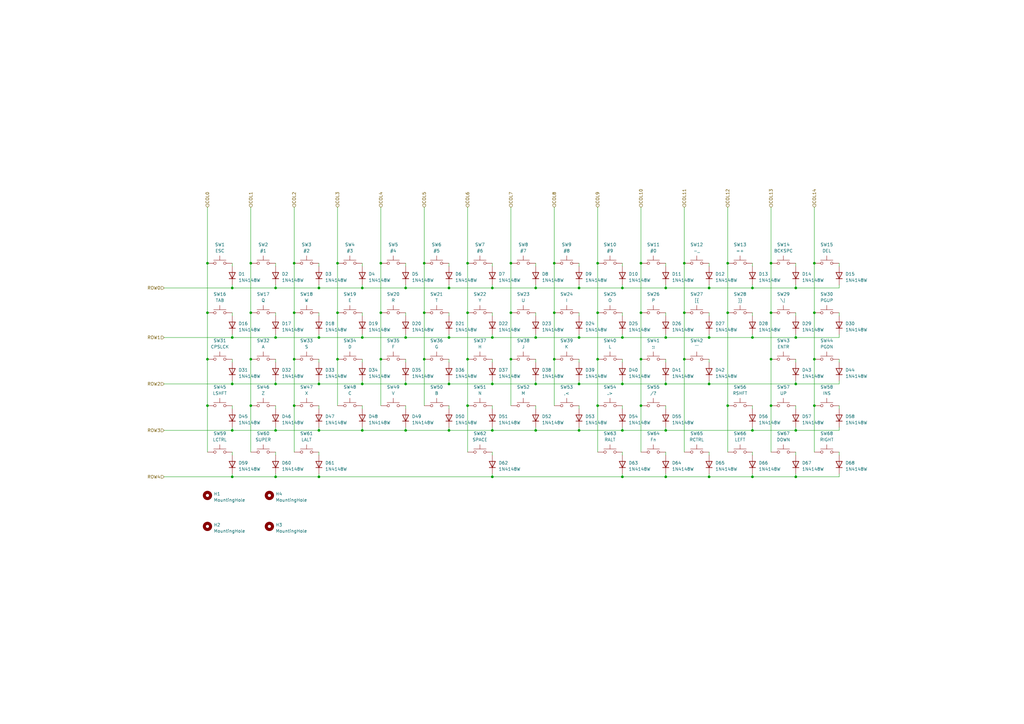
<source format=kicad_sch>
(kicad_sch (version 20230121) (generator eeschema)
  (paper "A3")
  (title_block (title "Matrix Switch Push(Keyboard Button)") (date "2023-03-08"))
  (junction (at 273.05 176.53))
  (junction (at 290.83 195.58))
  (junction (at 290.83 118.11))
  (junction (at 308.61 138.43))
  (junction (at 219.71 118.11))
  (junction (at 148.59 138.43))
  (junction (at 120.65 128.27))
  (junction (at 290.83 138.43))
  (junction (at 166.37 138.43))
  (junction (at 120.65 147.32))
  (junction (at 316.23 147.32))
  (junction (at 156.21 147.32))
  (junction (at 209.55 128.27))
  (junction (at 326.39 195.58))
  (junction (at 130.81 138.43))
  (junction (at 201.93 138.43))
  (junction (at 326.39 138.43))
  (junction (at 245.11 128.27))
  (junction (at 113.03 138.43))
  (junction (at 273.05 138.43))
  (junction (at 227.33 128.27))
  (junction (at 184.15 157.48))
  (junction (at 280.67 147.32))
  (junction (at 120.65 166.37))
  (junction (at 255.27 176.53))
  (junction (at 334.01 147.32))
  (junction (at 95.25 157.48))
  (junction (at 184.15 138.43))
  (junction (at 334.01 107.95))
  (junction (at 201.93 157.48))
  (junction (at 113.03 157.48))
  (junction (at 255.27 195.58))
  (junction (at 262.89 166.37))
  (junction (at 219.71 157.48))
  (junction (at 334.01 128.27))
  (junction (at 245.11 107.95))
  (junction (at 95.25 195.58))
  (junction (at 308.61 195.58))
  (junction (at 85.09 166.37))
  (junction (at 280.67 107.95))
  (junction (at 326.39 157.48))
  (junction (at 334.01 166.37))
  (junction (at 255.27 118.11))
  (junction (at 138.43 147.32))
  (junction (at 85.09 128.27))
  (junction (at 102.87 147.32))
  (junction (at 316.23 107.95))
  (junction (at 173.99 147.32))
  (junction (at 173.99 128.27))
  (junction (at 102.87 128.27))
  (junction (at 130.81 176.53))
  (junction (at 262.89 147.32))
  (junction (at 280.67 128.27))
  (junction (at 255.27 157.48))
  (junction (at 262.89 128.27))
  (junction (at 166.37 176.53))
  (junction (at 166.37 157.48))
  (junction (at 113.03 118.11))
  (junction (at 308.61 118.11))
  (junction (at 191.77 147.32))
  (junction (at 209.55 107.95))
  (junction (at 130.81 157.48))
  (junction (at 201.93 176.53))
  (junction (at 138.43 107.95))
  (junction (at 201.93 195.58))
  (junction (at 138.43 128.27))
  (junction (at 237.49 138.43))
  (junction (at 130.81 118.11))
  (junction (at 85.09 147.32))
  (junction (at 201.93 118.11))
  (junction (at 273.05 157.48))
  (junction (at 219.71 176.53))
  (junction (at 95.25 118.11))
  (junction (at 113.03 176.53))
  (junction (at 262.89 107.95))
  (junction (at 113.03 195.58))
  (junction (at 209.55 147.32))
  (junction (at 95.25 176.53))
  (junction (at 227.33 107.95))
  (junction (at 156.21 128.27))
  (junction (at 148.59 157.48))
  (junction (at 95.25 138.43))
  (junction (at 102.87 107.95))
  (junction (at 308.61 176.53))
  (junction (at 227.33 147.32))
  (junction (at 245.11 147.32))
  (junction (at 255.27 138.43))
  (junction (at 191.77 128.27))
  (junction (at 237.49 157.48))
  (junction (at 102.87 166.37))
  (junction (at 326.39 118.11))
  (junction (at 191.77 166.37))
  (junction (at 290.83 157.48))
  (junction (at 298.45 107.95))
  (junction (at 148.59 176.53))
  (junction (at 184.15 176.53))
  (junction (at 85.09 107.95))
  (junction (at 273.05 195.58))
  (junction (at 273.05 118.11))
  (junction (at 316.23 128.27))
  (junction (at 237.49 176.53))
  (junction (at 130.81 195.58))
  (junction (at 298.45 166.37))
  (junction (at 148.59 118.11))
  (junction (at 166.37 118.11))
  (junction (at 219.71 138.43))
  (junction (at 298.45 128.27))
  (junction (at 316.23 166.37))
  (junction (at 184.15 118.11))
  (junction (at 326.39 176.53))
  (junction (at 156.21 107.95))
  (junction (at 245.11 166.37))
  (junction (at 191.77 107.95))
  (junction (at 237.49 118.11))
  (junction (at 173.99 107.95))
  (junction (at 120.65 107.95))
  (wire (pts (xy 344.17 195.58) (xy 344.17 194.31)))
  (wire (pts (xy 184.15 138.43) (xy 184.15 137.16)))
  (wire (pts (xy 166.37 147.32) (xy 166.37 148.59)))
  (wire (pts (xy 184.15 128.27) (xy 184.15 129.54)))
  (wire (pts (xy 166.37 156.21) (xy 166.37 157.48)))
  (wire (pts (xy 255.27 194.31) (xy 255.27 195.58)))
  (wire (pts (xy 113.03 156.21) (xy 113.03 157.48)))
  (wire (pts (xy 148.59 157.48) (xy 166.37 157.48)))
  (wire (pts (xy 255.27 185.42) (xy 255.27 186.69)))
  (wire (pts (xy 148.59 166.37) (xy 148.59 167.64)))
  (wire (pts (xy 113.03 176.53) (xy 95.25 176.53)))
  (wire (pts (xy 95.25 166.37) (xy 95.25 167.64)))
  (wire (pts (xy 227.33 128.27) (xy 227.33 147.32)))
  (wire (pts (xy 219.71 138.43) (xy 237.49 138.43)))
  (wire (pts (xy 156.21 128.27) (xy 156.21 147.32)))
  (wire (pts (xy 184.15 118.11) (xy 184.15 116.84)))
  (wire (pts (xy 255.27 175.26) (xy 255.27 176.53)))
  (wire (pts (xy 245.11 128.27) (xy 245.11 147.32)))
  (wire (pts (xy 237.49 107.95) (xy 237.49 109.22)))
  (wire (pts (xy 148.59 176.53) (xy 130.81 176.53)))
  (wire (pts (xy 326.39 147.32) (xy 326.39 148.59)))
  (wire (pts (xy 219.71 116.84) (xy 219.71 118.11)))
  (wire (pts (xy 67.31 118.11) (xy 95.25 118.11)))
  (wire (pts (xy 273.05 195.58) (xy 290.83 195.58)))
  (wire (pts (xy 255.27 176.53) (xy 273.05 176.53)))
  (wire (pts (xy 273.05 166.37) (xy 273.05 167.64)))
  (wire (pts (xy 308.61 128.27) (xy 308.61 129.54)))
  (wire (pts (xy 237.49 166.37) (xy 237.49 167.64)))
  (wire (pts (xy 173.99 85.09) (xy 173.99 107.95)))
  (wire (pts (xy 273.05 128.27) (xy 273.05 129.54)))
  (wire (pts (xy 237.49 137.16) (xy 237.49 138.43)))
  (wire (pts (xy 67.31 176.53) (xy 95.25 176.53)))
  (wire (pts (xy 298.45 166.37) (xy 298.45 185.42)))
  (wire (pts (xy 148.59 175.26) (xy 148.59 176.53)))
  (wire (pts (xy 138.43 85.09) (xy 138.43 107.95)))
  (wire (pts (xy 130.81 128.27) (xy 130.81 129.54)))
  (wire (pts (xy 148.59 157.48) (xy 130.81 157.48)))
  (wire (pts (xy 326.39 175.26) (xy 326.39 176.53)))
  (wire (pts (xy 209.55 147.32) (xy 209.55 166.37)))
  (wire (pts (xy 148.59 118.11) (xy 166.37 118.11)))
  (wire (pts (xy 237.49 128.27) (xy 237.49 129.54)))
  (wire (pts (xy 237.49 138.43) (xy 255.27 138.43)))
  (wire (pts (xy 184.15 176.53) (xy 184.15 175.26)))
  (wire (pts (xy 85.09 107.95) (xy 85.09 128.27)))
  (wire (pts (xy 130.81 166.37) (xy 130.81 167.64)))
  (wire (pts (xy 173.99 107.95) (xy 173.99 128.27)))
  (wire (pts (xy 326.39 138.43) (xy 344.17 138.43)))
  (wire (pts (xy 95.25 107.95) (xy 95.25 109.22)))
  (wire (pts (xy 298.45 107.95) (xy 298.45 128.27)))
  (wire (pts (xy 156.21 107.95) (xy 156.21 128.27)))
  (wire (pts (xy 334.01 128.27) (xy 334.01 147.32)))
  (wire (pts (xy 237.49 156.21) (xy 237.49 157.48)))
  (wire (pts (xy 326.39 195.58) (xy 344.17 195.58)))
  (wire (pts (xy 237.49 176.53) (xy 255.27 176.53)))
  (wire (pts (xy 290.83 195.58) (xy 308.61 195.58)))
  (wire (pts (xy 262.89 185.42) (xy 262.89 166.37)))
  (wire (pts (xy 95.25 147.32) (xy 95.25 148.59)))
  (wire (pts (xy 344.17 118.11) (xy 344.17 116.84)))
  (wire (pts (xy 173.99 147.32) (xy 173.99 166.37)))
  (wire (pts (xy 148.59 176.53) (xy 166.37 176.53)))
  (wire (pts (xy 280.67 128.27) (xy 280.67 147.32)))
  (wire (pts (xy 184.15 176.53) (xy 201.93 176.53)))
  (wire (pts (xy 280.67 85.09) (xy 280.67 107.95)))
  (wire (pts (xy 166.37 176.53) (xy 184.15 176.53)))
  (wire (pts (xy 184.15 157.48) (xy 184.15 156.21)))
  (wire (pts (xy 166.37 157.48) (xy 184.15 157.48)))
  (wire (pts (xy 344.17 185.42) (xy 344.17 186.69)))
  (wire (pts (xy 201.93 137.16) (xy 201.93 138.43)))
  (wire (pts (xy 245.11 85.09) (xy 245.11 107.95)))
  (wire (pts (xy 255.27 156.21) (xy 255.27 157.48)))
  (wire (pts (xy 173.99 128.27) (xy 173.99 147.32)))
  (wire (pts (xy 130.81 116.84) (xy 130.81 118.11)))
  (wire (pts (xy 273.05 118.11) (xy 290.83 118.11)))
  (wire (pts (xy 219.71 107.95) (xy 219.71 109.22)))
  (wire (pts (xy 113.03 128.27) (xy 113.03 129.54)))
  (wire (pts (xy 184.15 147.32) (xy 184.15 148.59)))
  (wire (pts (xy 273.05 156.21) (xy 273.05 157.48)))
  (wire (pts (xy 95.25 175.26) (xy 95.25 176.53)))
  (wire (pts (xy 113.03 175.26) (xy 113.03 176.53)))
  (wire (pts (xy 67.31 157.48) (xy 95.25 157.48)))
  (wire (pts (xy 326.39 166.37) (xy 326.39 167.64)))
  (wire (pts (xy 191.77 128.27) (xy 191.77 147.32)))
  (wire (pts (xy 255.27 137.16) (xy 255.27 138.43)))
  (wire (pts (xy 148.59 147.32) (xy 148.59 148.59)))
  (wire (pts (xy 219.71 156.21) (xy 219.71 157.48)))
  (wire (pts (xy 102.87 147.32) (xy 102.87 166.37)))
  (wire (pts (xy 130.81 175.26) (xy 130.81 176.53)))
  (wire (pts (xy 113.03 195.58) (xy 95.25 195.58)))
  (wire (pts (xy 308.61 185.42) (xy 308.61 186.69)))
  (wire (pts (xy 130.81 195.58) (xy 201.93 195.58)))
  (wire (pts (xy 201.93 185.42) (xy 201.93 186.69)))
  (wire (pts (xy 130.81 157.48) (xy 113.03 157.48)))
  (wire (pts (xy 326.39 137.16) (xy 326.39 138.43)))
  (wire (pts (xy 255.27 118.11) (xy 273.05 118.11)))
  (wire (pts (xy 130.81 185.42) (xy 130.81 186.69)))
  (wire (pts (xy 166.37 175.26) (xy 166.37 176.53)))
  (wire (pts (xy 201.93 147.32) (xy 201.93 148.59)))
  (wire (pts (xy 255.27 138.43) (xy 273.05 138.43)))
  (wire (pts (xy 156.21 147.32) (xy 156.21 166.37)))
  (wire (pts (xy 113.03 116.84) (xy 113.03 118.11)))
  (wire (pts (xy 148.59 137.16) (xy 148.59 138.43)))
  (wire (pts (xy 227.33 107.95) (xy 227.33 128.27)))
  (wire (pts (xy 113.03 185.42) (xy 113.03 186.69)))
  (wire (pts (xy 120.65 166.37) (xy 120.65 185.42)))
  (wire (pts (xy 308.61 116.84) (xy 308.61 118.11)))
  (wire (pts (xy 130.81 195.58) (xy 113.03 195.58)))
  (wire (pts (xy 273.05 175.26) (xy 273.05 176.53)))
  (wire (pts (xy 273.05 185.42) (xy 273.05 186.69)))
  (wire (pts (xy 219.71 137.16) (xy 219.71 138.43)))
  (wire (pts (xy 201.93 138.43) (xy 219.71 138.43)))
  (wire (pts (xy 201.93 156.21) (xy 201.93 157.48)))
  (wire (pts (xy 255.27 195.58) (xy 273.05 195.58)))
  (wire (pts (xy 130.81 137.16) (xy 130.81 138.43)))
  (wire (pts (xy 219.71 175.26) (xy 219.71 176.53)))
  (wire (pts (xy 273.05 176.53) (xy 308.61 176.53)))
  (wire (pts (xy 130.81 138.43) (xy 148.59 138.43)))
  (wire (pts (xy 290.83 116.84) (xy 290.83 118.11)))
  (wire (pts (xy 184.15 157.48) (xy 201.93 157.48)))
  (wire (pts (xy 219.71 147.32) (xy 219.71 148.59)))
  (wire (pts (xy 201.93 107.95) (xy 201.93 109.22)))
  (wire (pts (xy 237.49 157.48) (xy 255.27 157.48)))
  (wire (pts (xy 273.05 116.84) (xy 273.05 118.11)))
  (wire (pts (xy 262.89 147.32) (xy 262.89 128.27)))
  (wire (pts (xy 308.61 194.31) (xy 308.61 195.58)))
  (wire (pts (xy 326.39 156.21) (xy 326.39 157.48)))
  (wire (pts (xy 120.65 85.09) (xy 120.65 107.95)))
  (wire (pts (xy 344.17 157.48) (xy 344.17 156.21)))
  (wire (pts (xy 308.61 175.26) (xy 308.61 176.53)))
  (wire (pts (xy 113.03 138.43) (xy 130.81 138.43)))
  (wire (pts (xy 298.45 85.09) (xy 298.45 107.95)))
  (wire (pts (xy 326.39 176.53) (xy 344.17 176.53)))
  (wire (pts (xy 290.83 147.32) (xy 290.83 148.59)))
  (wire (pts (xy 130.81 156.21) (xy 130.81 157.48)))
  (wire (pts (xy 334.01 85.09) (xy 334.01 107.95)))
  (wire (pts (xy 219.71 118.11) (xy 237.49 118.11)))
  (wire (pts (xy 130.81 107.95) (xy 130.81 109.22)))
  (wire (pts (xy 326.39 185.42) (xy 326.39 186.69)))
  (wire (pts (xy 113.03 137.16) (xy 113.03 138.43)))
  (wire (pts (xy 344.17 107.95) (xy 344.17 109.22)))
  (wire (pts (xy 290.83 156.21) (xy 290.83 157.48)))
  (wire (pts (xy 113.03 194.31) (xy 113.03 195.58)))
  (wire (pts (xy 262.89 128.27) (xy 262.89 107.95)))
  (wire (pts (xy 290.83 137.16) (xy 290.83 138.43)))
  (wire (pts (xy 255.27 157.48) (xy 273.05 157.48)))
  (wire (pts (xy 95.25 137.16) (xy 95.25 138.43)))
  (wire (pts (xy 273.05 137.16) (xy 273.05 138.43)))
  (wire (pts (xy 113.03 166.37) (xy 113.03 167.64)))
  (wire (pts (xy 344.17 166.37) (xy 344.17 167.64)))
  (wire (pts (xy 148.59 107.95) (xy 148.59 109.22)))
  (wire (pts (xy 255.27 128.27) (xy 255.27 129.54)))
  (wire (pts (xy 290.83 194.31) (xy 290.83 195.58)))
  (wire (pts (xy 344.17 138.43) (xy 344.17 137.16)))
  (wire (pts (xy 120.65 147.32) (xy 120.65 166.37)))
  (wire (pts (xy 138.43 147.32) (xy 138.43 166.37)))
  (wire (pts (xy 113.03 118.11) (xy 95.25 118.11)))
  (wire (pts (xy 85.09 128.27) (xy 85.09 147.32)))
  (wire (pts (xy 95.25 128.27) (xy 95.25 129.54)))
  (wire (pts (xy 209.55 128.27) (xy 209.55 147.32)))
  (wire (pts (xy 166.37 118.11) (xy 184.15 118.11)))
  (wire (pts (xy 290.83 157.48) (xy 326.39 157.48)))
  (wire (pts (xy 209.55 85.09) (xy 209.55 107.95)))
  (wire (pts (xy 201.93 175.26) (xy 201.93 176.53)))
  (wire (pts (xy 280.67 107.95) (xy 280.67 128.27)))
  (wire (pts (xy 273.05 194.31) (xy 273.05 195.58)))
  (wire (pts (xy 113.03 157.48) (xy 95.25 157.48)))
  (wire (pts (xy 237.49 118.11) (xy 255.27 118.11)))
  (wire (pts (xy 262.89 166.37) (xy 262.89 147.32)))
  (wire (pts (xy 148.59 116.84) (xy 148.59 118.11)))
  (wire (pts (xy 316.23 147.32) (xy 316.23 166.37)))
  (wire (pts (xy 113.03 107.95) (xy 113.03 109.22)))
  (wire (pts (xy 148.59 138.43) (xy 166.37 138.43)))
  (wire (pts (xy 326.39 194.31) (xy 326.39 195.58)))
  (wire (pts (xy 298.45 128.27) (xy 298.45 166.37)))
  (wire (pts (xy 344.17 128.27) (xy 344.17 129.54)))
  (wire (pts (xy 95.25 185.42) (xy 95.25 186.69)))
  (wire (pts (xy 255.27 107.95) (xy 255.27 109.22)))
  (wire (pts (xy 273.05 147.32) (xy 273.05 148.59)))
  (wire (pts (xy 326.39 157.48) (xy 344.17 157.48)))
  (wire (pts (xy 201.93 128.27) (xy 201.93 129.54)))
  (wire (pts (xy 102.87 107.95) (xy 102.87 128.27)))
  (wire (pts (xy 219.71 128.27) (xy 219.71 129.54)))
  (wire (pts (xy 95.25 156.21) (xy 95.25 157.48)))
  (wire (pts (xy 290.83 138.43) (xy 308.61 138.43)))
  (wire (pts (xy 166.37 137.16) (xy 166.37 138.43)))
  (wire (pts (xy 166.37 128.27) (xy 166.37 129.54)))
  (wire (pts (xy 201.93 176.53) (xy 219.71 176.53)))
  (wire (pts (xy 201.93 118.11) (xy 219.71 118.11)))
  (wire (pts (xy 308.61 166.37) (xy 308.61 167.64)))
  (wire (pts (xy 201.93 195.58) (xy 255.27 195.58)))
  (wire (pts (xy 102.87 85.09) (xy 102.87 107.95)))
  (wire (pts (xy 316.23 128.27) (xy 316.23 147.32)))
  (wire (pts (xy 201.93 166.37) (xy 201.93 167.64)))
  (wire (pts (xy 316.23 166.37) (xy 316.23 185.42)))
  (wire (pts (xy 148.59 128.27) (xy 148.59 129.54)))
  (wire (pts (xy 245.11 107.95) (xy 245.11 128.27)))
  (wire (pts (xy 148.59 156.21) (xy 148.59 157.48)))
  (wire (pts (xy 130.81 147.32) (xy 130.81 148.59)))
  (wire (pts (xy 85.09 147.32) (xy 85.09 166.37)))
  (wire (pts (xy 237.49 175.26) (xy 237.49 176.53)))
  (wire (pts (xy 227.33 85.09) (xy 227.33 107.95)))
  (wire (pts (xy 85.09 85.09) (xy 85.09 107.95)))
  (wire (pts (xy 102.87 128.27) (xy 102.87 147.32)))
  (wire (pts (xy 209.55 107.95) (xy 209.55 128.27)))
  (wire (pts (xy 273.05 107.95) (xy 273.05 109.22)))
  (wire (pts (xy 334.01 107.95) (xy 334.01 128.27)))
  (wire (pts (xy 316.23 85.09) (xy 316.23 107.95)))
  (wire (pts (xy 130.81 194.31) (xy 130.81 195.58)))
  (wire (pts (xy 184.15 166.37) (xy 184.15 167.64)))
  (wire (pts (xy 255.27 166.37) (xy 255.27 167.64)))
  (wire (pts (xy 166.37 107.95) (xy 166.37 109.22)))
  (wire (pts (xy 308.61 107.95) (xy 308.61 109.22)))
  (wire (pts (xy 95.25 194.31) (xy 95.25 195.58)))
  (wire (pts (xy 166.37 166.37) (xy 166.37 167.64)))
  (wire (pts (xy 344.17 147.32) (xy 344.17 148.59)))
  (wire (pts (xy 138.43 128.27) (xy 138.43 147.32)))
  (wire (pts (xy 191.77 107.95) (xy 191.77 128.27)))
  (wire (pts (xy 326.39 128.27) (xy 326.39 129.54)))
  (wire (pts (xy 326.39 107.95) (xy 326.39 109.22)))
  (wire (pts (xy 95.25 138.43) (xy 113.03 138.43)))
  (wire (pts (xy 326.39 116.84) (xy 326.39 118.11)))
  (wire (pts (xy 255.27 116.84) (xy 255.27 118.11)))
  (wire (pts (xy 201.93 116.84) (xy 201.93 118.11)))
  (wire (pts (xy 237.49 147.32) (xy 237.49 148.59)))
  (wire (pts (xy 67.31 195.58) (xy 95.25 195.58)))
  (wire (pts (xy 191.77 147.32) (xy 191.77 166.37)))
  (wire (pts (xy 316.23 107.95) (xy 316.23 128.27)))
  (wire (pts (xy 290.83 118.11) (xy 308.61 118.11)))
  (wire (pts (xy 113.03 147.32) (xy 113.03 148.59)))
  (wire (pts (xy 95.25 116.84) (xy 95.25 118.11)))
  (wire (pts (xy 166.37 138.43) (xy 184.15 138.43)))
  (wire (pts (xy 245.11 166.37) (xy 245.11 185.42)))
  (wire (pts (xy 156.21 85.09) (xy 156.21 107.95)))
  (wire (pts (xy 334.01 166.37) (xy 334.01 185.42)))
  (wire (pts (xy 130.81 118.11) (xy 113.03 118.11)))
  (wire (pts (xy 290.83 107.95) (xy 290.83 109.22)))
  (wire (pts (xy 219.71 157.48) (xy 237.49 157.48)))
  (wire (pts (xy 334.01 147.32) (xy 334.01 166.37)))
  (wire (pts (xy 290.83 128.27) (xy 290.83 129.54)))
  (wire (pts (xy 308.61 176.53) (xy 326.39 176.53)))
  (wire (pts (xy 184.15 107.95) (xy 184.15 109.22)))
  (wire (pts (xy 120.65 107.95) (xy 120.65 128.27)))
  (wire (pts (xy 255.27 147.32) (xy 255.27 148.59)))
  (wire (pts (xy 237.49 116.84) (xy 237.49 118.11)))
  (wire (pts (xy 326.39 118.11) (xy 344.17 118.11)))
  (wire (pts (xy 273.05 157.48) (xy 290.83 157.48)))
  (wire (pts (xy 166.37 116.84) (xy 166.37 118.11)))
  (wire (pts (xy 262.89 85.09) (xy 262.89 107.95)))
  (wire (pts (xy 308.61 137.16) (xy 308.61 138.43)))
  (wire (pts (xy 201.93 157.48) (xy 219.71 157.48)))
  (wire (pts (xy 184.15 138.43) (xy 201.93 138.43)))
  (wire (pts (xy 219.71 166.37) (xy 219.71 167.64)))
  (wire (pts (xy 344.17 176.53) (xy 344.17 175.26)))
  (wire (pts (xy 138.43 107.95) (xy 138.43 128.27)))
  (wire (pts (xy 308.61 195.58) (xy 326.39 195.58)))
  (wire (pts (xy 308.61 138.43) (xy 326.39 138.43)))
  (wire (pts (xy 201.93 194.31) (xy 201.93 195.58)))
  (wire (pts (xy 245.11 147.32) (xy 245.11 166.37)))
  (wire (pts (xy 184.15 118.11) (xy 201.93 118.11)))
  (wire (pts (xy 280.67 147.32) (xy 280.67 185.42)))
  (wire (pts (xy 148.59 118.11) (xy 130.81 118.11)))
  (wire (pts (xy 273.05 138.43) (xy 290.83 138.43)))
  (wire (pts (xy 191.77 85.09) (xy 191.77 107.95)))
  (wire (pts (xy 102.87 166.37) (xy 102.87 185.42)))
  (wire (pts (xy 227.33 147.32) (xy 227.33 166.37)))
  (wire (pts (xy 219.71 176.53) (xy 237.49 176.53)))
  (wire (pts (xy 308.61 118.11) (xy 326.39 118.11)))
  (wire (pts (xy 67.31 138.43) (xy 95.25 138.43)))
  (wire (pts (xy 191.77 166.37) (xy 191.77 185.42)))
  (wire (pts (xy 130.81 176.53) (xy 113.03 176.53)))
  (wire (pts (xy 290.83 185.42) (xy 290.83 186.69)))
  (wire (pts (xy 120.65 128.27) (xy 120.65 147.32)))
  (wire (pts (xy 85.09 166.37) (xy 85.09 185.42)))
  (hierarchical_label "ROW0" (shape input) (at 67.31 118.11 180))
  (hierarchical_label "ROW1" (shape input) (at 67.31 138.43 180))
  (hierarchical_label "ROW3" (shape input) (at 67.31 176.53 180))
  (hierarchical_label "COL10" (shape input) (at 262.89 85.09 90))
  (hierarchical_label "COL4" (shape input) (at 156.21 85.09 90))
  (hierarchical_label "COL13" (shape input) (at 316.23 85.09 90))
  (hierarchical_label "COL14" (shape input) (at 334.01 85.09 90))
  (hierarchical_label "COL5" (shape input) (at 173.99 85.09 90))
  (hierarchical_label "COL7" (shape input) (at 209.55 85.09 90))
  (hierarchical_label "COL6" (shape input) (at 191.77 85.09 90))
  (hierarchical_label "ROW4" (shape input) (at 67.31 195.58 180))
  (hierarchical_label "COL0" (shape input) (at 85.09 85.09 90))
  (hierarchical_label "COL12" (shape input) (at 298.45 85.09 90))
  (hierarchical_label "COL1" (shape input) (at 102.87 85.09 90))
  (hierarchical_label "COL11" (shape input) (at 280.67 85.09 90))
  (hierarchical_label "COL8" (shape input) (at 227.33 85.09 90))
  (hierarchical_label "ROW2" (shape input) (at 67.31 157.48 180))
  (hierarchical_label "COL9" (shape input) (at 245.11 85.09 90))
  (hierarchical_label "COL3" (shape input) (at 138.43 85.09 90))
  (hierarchical_label "COL2" (shape input) (at 120.65 85.09 90))
  (symbol (lib_id "Switch:SW_Push") (at 179.07 147.32 0) (unit 1)
    (property "Reference" "SW36" (at 179.07 139.7 0))
    (property "Value" "G" (at 179.07 142.24 0))
    (property "Footprint" "Local_lib_Switch_Keyboard_Cherry_MX:SW_Cherry_MX_PCB_1.00u" (effects hide))
  )
  (symbol (lib_id "Diode:1N4148W") (at 148.59 171.45 90) (unit 1)
    (property "Reference" "D48" (at 151.13 170.815 90) (effects (justify right)))
    (property "Value" "1N4148W" (at 151.13 173.355 90) (effects (justify right)))
    (property "Footprint" "Diode_SMD:D_SOD-123" (effects hide))
    (property "Datasheet" "https://www.vishay.com/docs/85748/1n4148w.pdf" (effects hide))
    (property "Sim.Device" "D" (effects hide))
    (property "Sim.Pins" "1=K 2=A" (effects hide))
  )
  (symbol (lib_id "Switch:SW_Push") (at 232.41 166.37 0) (unit 1)
    (property "Reference" "SW53" (at 232.41 158.75 0))
    (property "Value" ",<" (at 232.41 161.29 0))
    (property "Footprint" "Local_lib_Switch_Keyboard_Cherry_MX:SW_Cherry_MX_PCB_1.00u" (effects hide))
  )
  (symbol (lib_id "Switch:SW_Push") (at 107.95 147.32 0) (unit 1)
    (property "Reference" "SW32" (at 107.95 139.7 0))
    (property "Value" "A" (at 107.95 142.24 0))
    (property "Footprint" "Local_lib_Switch_Keyboard_Cherry_MX:SW_Cherry_MX_PCB_1.00u" (effects hide))
  )
  (symbol (lib_id "Switch:SW_Push") (at 196.85 185.42 0) (unit 1)
    (property "Reference" "SW62" (at 196.85 177.8 0))
    (property "Value" "SPACE" (at 196.85 180.34 0))
    (property "Footprint" "Local_lib_Switch_Keyboard_Cherry_MX:SW_Cherry_MX_PCB_6.50u" (effects hide))
  )
  (symbol (lib_id "Switch:SW_Push") (at 303.53 107.95 0) (unit 1)
    (property "Reference" "SW13" (at 303.53 100.33 0))
    (property "Value" "=+" (at 303.53 102.87 0))
    (property "Footprint" "Local_lib_Switch_Keyboard_Cherry_MX:SW_Cherry_MX_PCB_1.00u" (effects hide))
  )
  (symbol (lib_id "Diode:1N4148W") (at 344.17 152.4 90) (unit 1)
    (property "Reference" "D44" (at 346.71 151.765 90) (effects (justify right)))
    (property "Value" "1N4148W" (at 346.71 154.305 90) (effects (justify right)))
    (property "Footprint" "Diode_SMD:D_SOD-123" (effects hide))
    (property "Datasheet" "https://www.vishay.com/docs/85748/1n4148w.pdf" (effects hide))
    (property "Sim.Device" "D" (effects hide))
    (property "Sim.Pins" "1=K 2=A" (effects hide))
  )
  (symbol (lib_id "Diode:1N4148W") (at 219.71 113.03 90) (unit 1)
    (property "Reference" "D8" (at 222.25 112.395 90) (effects (justify right)))
    (property "Value" "1N4148W" (at 222.25 114.935 90) (effects (justify right)))
    (property "Footprint" "Diode_SMD:D_SOD-123" (effects hide))
    (property "Datasheet" "https://www.vishay.com/docs/85748/1n4148w.pdf" (effects hide))
    (property "Sim.Device" "D" (effects hide))
    (property "Sim.Pins" "1=K 2=A" (effects hide))
  )
  (symbol (lib_id "Switch:SW_Push") (at 232.41 128.27 0) (unit 1)
    (property "Reference" "SW24" (at 232.41 120.65 0))
    (property "Value" "I" (at 232.41 123.19 0))
    (property "Footprint" "Local_lib_Switch_Keyboard_Cherry_MX:SW_Cherry_MX_PCB_1.00u" (effects hide))
  )
  (symbol (lib_id "Switch:SW_Push") (at 339.09 185.42 0) (unit 1)
    (property "Reference" "SW68" (at 339.09 177.8 0))
    (property "Value" "RIGHT" (at 339.09 180.34 0))
    (property "Footprint" "Local_lib_Switch_Keyboard_Cherry_MX:SW_Cherry_MX_PCB_1.00u" (effects hide))
  )
  (symbol (lib_id "Switch:SW_Push") (at 250.19 185.42 0) (unit 1)
    (property "Reference" "SW63" (at 250.19 177.8 0))
    (property "Value" "RALT" (at 250.19 180.34 0))
    (property "Footprint" "Local_lib_Switch_Keyboard_Cherry_MX:SW_Cherry_MX_PCB_1.00u" (effects hide))
  )
  (symbol (lib_id "Diode:1N4148W") (at 166.37 171.45 90) (unit 1)
    (property "Reference" "D49" (at 168.91 170.815 90) (effects (justify right)))
    (property "Value" "1N4148W" (at 168.91 173.355 90) (effects (justify right)))
    (property "Footprint" "Diode_SMD:D_SOD-123" (effects hide))
    (property "Datasheet" "https://www.vishay.com/docs/85748/1n4148w.pdf" (effects hide))
    (property "Sim.Device" "D" (effects hide))
    (property "Sim.Pins" "1=K 2=A" (effects hide))
  )
  (symbol (lib_id "Diode:1N4148W") (at 148.59 113.03 90) (unit 1)
    (property "Reference" "D4" (at 151.13 112.395 90) (effects (justify right)))
    (property "Value" "1N4148W" (at 151.13 114.935 90) (effects (justify right)))
    (property "Footprint" "Diode_SMD:D_SOD-123" (effects hide))
    (property "Datasheet" "https://www.vishay.com/docs/85748/1n4148w.pdf" (effects hide))
    (property "Sim.Device" "D" (effects hide))
    (property "Sim.Pins" "1=K 2=A" (effects hide))
  )
  (symbol (lib_id "Diode:1N4148W") (at 326.39 133.35 90) (unit 1)
    (property "Reference" "D29" (at 328.93 132.715 90) (effects (justify right)))
    (property "Value" "1N4148W" (at 328.93 135.255 90) (effects (justify right)))
    (property "Footprint" "Diode_SMD:D_SOD-123" (effects hide))
    (property "Datasheet" "https://www.vishay.com/docs/85748/1n4148w.pdf" (effects hide))
    (property "Sim.Device" "D" (effects hide))
    (property "Sim.Pins" "1=K 2=A" (effects hide))
  )
  (symbol (lib_id "Switch:SW_Push") (at 125.73 128.27 0) (unit 1)
    (property "Reference" "SW18" (at 125.73 120.65 0))
    (property "Value" "W" (at 125.73 123.19 0))
    (property "Footprint" "Local_lib_Switch_Keyboard_Cherry_MX:SW_Cherry_MX_PCB_1.00u" (effects hide))
  )
  (symbol (lib_id "Switch:SW_Push") (at 90.17 166.37 0) (unit 1)
    (property "Reference" "SW45" (at 90.17 158.75 0))
    (property "Value" "LSHFT" (at 90.17 161.29 0))
    (property "Footprint" "Local_lib_Switch_Keyboard_Cherry_MX:SW_Cherry_MX_PCB_2.25u" (effects hide))
  )
  (symbol (lib_id "Switch:SW_Push") (at 107.95 185.42 0) (unit 1)
    (property "Reference" "SW60" (at 107.95 177.8 0))
    (property "Value" "SUPER" (at 107.95 180.34 0))
    (property "Footprint" "Local_lib_Switch_Keyboard_Cherry_MX:SW_Cherry_MX_PCB_1.00u" (effects hide))
  )
  (symbol (lib_id "Diode:1N4148W") (at 166.37 152.4 90) (unit 1)
    (property "Reference" "D35" (at 168.91 151.765 90) (effects (justify right)))
    (property "Value" "1N4148W" (at 168.91 154.305 90) (effects (justify right)))
    (property "Footprint" "Diode_SMD:D_SOD-123" (effects hide))
    (property "Datasheet" "https://www.vishay.com/docs/85748/1n4148w.pdf" (effects hide))
    (property "Sim.Device" "D" (effects hide))
    (property "Sim.Pins" "1=K 2=A" (effects hide))
  )
  (symbol (lib_id "Switch:SW_Push") (at 214.63 166.37 0) (unit 1)
    (property "Reference" "SW52" (at 214.63 158.75 0))
    (property "Value" "M" (at 214.63 161.29 0))
    (property "Footprint" "Local_lib_Switch_Keyboard_Cherry_MX:SW_Cherry_MX_PCB_1.00u" (effects hide))
  )
  (symbol (lib_id "Switch:SW_Push") (at 107.95 128.27 0) (unit 1)
    (property "Reference" "SW17" (at 107.95 120.65 0))
    (property "Value" "Q" (at 107.95 123.19 0))
    (property "Footprint" "Local_lib_Switch_Keyboard_Cherry_MX:SW_Cherry_MX_PCB_1.00u" (effects hide))
  )
  (symbol (lib_id "Diode:1N4148W") (at 273.05 152.4 90) (unit 1)
    (property "Reference" "D41" (at 275.59 151.765 90) (effects (justify right)))
    (property "Value" "1N4148W" (at 275.59 154.305 90) (effects (justify right)))
    (property "Footprint" "Diode_SMD:D_SOD-123" (effects hide))
    (property "Datasheet" "https://www.vishay.com/docs/85748/1n4148w.pdf" (effects hide))
    (property "Sim.Device" "D" (effects hide))
    (property "Sim.Pins" "1=K 2=A" (effects hide))
  )
  (symbol (lib_id "Switch:SW_Push") (at 125.73 147.32 0) (unit 1)
    (property "Reference" "SW33" (at 125.73 139.7 0))
    (property "Value" "S" (at 125.73 142.24 0))
    (property "Footprint" "Local_lib_Switch_Keyboard_Cherry_MX:SW_Cherry_MX_PCB_1.00u" (effects hide))
  )
  (symbol (lib_id "Switch:SW_Push") (at 285.75 107.95 0) (unit 1)
    (property "Reference" "SW12" (at 285.75 100.33 0))
    (property "Value" "-_" (at 285.75 102.87 0))
    (property "Footprint" "Local_lib_Switch_Keyboard_Cherry_MX:SW_Cherry_MX_PCB_1.00u" (effects hide))
  )
  (symbol (lib_id "Diode:1N4148W") (at 95.25 190.5 90) (unit 1)
    (property "Reference" "D59" (at 97.79 189.865 90) (effects (justify right)))
    (property "Value" "1N4148W" (at 97.79 192.405 90) (effects (justify right)))
    (property "Footprint" "Diode_SMD:D_SOD-123" (effects hide))
    (property "Datasheet" "https://www.vishay.com/docs/85748/1n4148w.pdf" (effects hide))
    (property "Sim.Device" "D" (effects hide))
    (property "Sim.Pins" "1=K 2=A" (effects hide))
  )
  (symbol (lib_id "Diode:1N4148W") (at 201.93 113.03 90) (unit 1)
    (property "Reference" "D7" (at 204.47 112.395 90) (effects (justify right)))
    (property "Value" "1N4148W" (at 204.47 114.935 90) (effects (justify right)))
    (property "Footprint" "Diode_SMD:D_SOD-123" (effects hide))
    (property "Datasheet" "https://www.vishay.com/docs/85748/1n4148w.pdf" (effects hide))
    (property "Sim.Device" "D" (effects hide))
    (property "Sim.Pins" "1=K 2=A" (effects hide))
  )
  (symbol (lib_id "Diode:1N4148W") (at 344.17 171.45 90) (unit 1)
    (property "Reference" "D58" (at 346.71 170.815 90) (effects (justify right)))
    (property "Value" "1N4148W" (at 346.71 173.355 90) (effects (justify right)))
    (property "Footprint" "Diode_SMD:D_SOD-123" (effects hide))
    (property "Datasheet" "https://www.vishay.com/docs/85748/1n4148w.pdf" (effects hide))
    (property "Sim.Device" "D" (effects hide))
    (property "Sim.Pins" "1=K 2=A" (effects hide))
  )
  (symbol (lib_id "Diode:1N4148W") (at 255.27 152.4 90) (unit 1)
    (property "Reference" "D40" (at 257.81 151.765 90) (effects (justify right)))
    (property "Value" "1N4148W" (at 257.81 154.305 90) (effects (justify right)))
    (property "Footprint" "Diode_SMD:D_SOD-123" (effects hide))
    (property "Datasheet" "https://www.vishay.com/docs/85748/1n4148w.pdf" (effects hide))
    (property "Sim.Device" "D" (effects hide))
    (property "Sim.Pins" "1=K 2=A" (effects hide))
  )
  (symbol (lib_id "Switch:SW_Push") (at 321.31 185.42 0) (unit 1)
    (property "Reference" "SW67" (at 321.31 177.8 0))
    (property "Value" "DOWN" (at 321.31 180.34 0))
    (property "Footprint" "Local_lib_Switch_Keyboard_Cherry_MX:SW_Cherry_MX_PCB_1.00u" (effects hide))
  )
  (symbol (lib_id "Diode:1N4148W") (at 95.25 152.4 90) (unit 1)
    (property "Reference" "D31" (at 97.79 151.765 90) (effects (justify right)))
    (property "Value" "1N4148W" (at 97.79 154.305 90) (effects (justify right)))
    (property "Footprint" "Diode_SMD:D_SOD-123" (effects hide))
    (property "Datasheet" "https://www.vishay.com/docs/85748/1n4148w.pdf" (effects hide))
    (property "Sim.Device" "D" (effects hide))
    (property "Sim.Pins" "1=K 2=A" (effects hide))
  )
  (symbol (lib_id "Diode:1N4148W") (at 201.93 190.5 90) (unit 1)
    (property "Reference" "D62" (at 204.47 189.865 90) (effects (justify right)))
    (property "Value" "1N4148W" (at 204.47 192.405 90) (effects (justify right)))
    (property "Footprint" "Diode_SMD:D_SOD-123" (effects hide))
    (property "Datasheet" "https://www.vishay.com/docs/85748/1n4148w.pdf" (effects hide))
    (property "Sim.Device" "D" (effects hide))
    (property "Sim.Pins" "1=K 2=A" (effects hide))
  )
  (symbol (lib_id "Switch:SW_Push") (at 90.17 185.42 0) (unit 1)
    (property "Reference" "SW59" (at 90.17 177.8 0))
    (property "Value" "LCTRL" (at 90.17 180.34 0))
    (property "Footprint" "Local_lib_Switch_Keyboard_Cherry_MX:SW_Cherry_MX_PCB_1.50u" (effects hide))
  )
  (symbol (lib_id "Switch:SW_Push") (at 214.63 147.32 0) (unit 1)
    (property "Reference" "SW38" (at 214.63 139.7 0))
    (property "Value" "J" (at 214.63 142.24 0))
    (property "Footprint" "Local_lib_Switch_Keyboard_Cherry_MX:SW_Cherry_MX_PCB_1.00u" (effects hide))
  )
  (symbol (lib_id "Switch:SW_Push") (at 143.51 147.32 0) (unit 1)
    (property "Reference" "SW34" (at 143.51 139.7 0))
    (property "Value" "D" (at 143.51 142.24 0))
    (property "Footprint" "Local_lib_Switch_Keyboard_Cherry_MX:SW_Cherry_MX_PCB_1.00u" (effects hide))
  )
  (symbol (lib_id "Diode:1N4148W") (at 326.39 171.45 90) (unit 1)
    (property "Reference" "D57" (at 328.93 170.815 90) (effects (justify right)))
    (property "Value" "1N4148W" (at 328.93 173.355 90) (effects (justify right)))
    (property "Footprint" "Diode_SMD:D_SOD-123" (effects hide))
    (property "Datasheet" "https://www.vishay.com/docs/85748/1n4148w.pdf" (effects hide))
    (property "Sim.Device" "D" (effects hide))
    (property "Sim.Pins" "1=K 2=A" (effects hide))
  )
  (symbol (lib_id "Switch:SW_Push") (at 339.09 166.37 0) (unit 1)
    (property "Reference" "SW58" (at 339.09 158.75 0))
    (property "Value" "INS" (at 339.09 161.29 0))
    (property "Footprint" "Local_lib_Switch_Keyboard_Cherry_MX:SW_Cherry_MX_PCB_1.00u" (effects hide))
  )
  (symbol (lib_id "Switch:SW_Push") (at 179.07 128.27 0) (unit 1)
    (property "Reference" "SW21" (at 179.07 120.65 0))
    (property "Value" "T" (at 179.07 123.19 0))
    (property "Footprint" "Local_lib_Switch_Keyboard_Cherry_MX:SW_Cherry_MX_PCB_1.00u" (effects hide))
  )
  (symbol (lib_id "Diode:1N4148W") (at 113.03 152.4 90) (unit 1)
    (property "Reference" "D32" (at 115.57 151.765 90) (effects (justify right)))
    (property "Value" "1N4148W" (at 115.57 154.305 90) (effects (justify right)))
    (property "Footprint" "Diode_SMD:D_SOD-123" (effects hide))
    (property "Datasheet" "https://www.vishay.com/docs/85748/1n4148w.pdf" (effects hide))
    (property "Sim.Device" "D" (effects hide))
    (property "Sim.Pins" "1=K 2=A" (effects hide))
  )
  (symbol (lib_id "Diode:1N4148W") (at 113.03 113.03 90) (unit 1)
    (property "Reference" "D2" (at 115.57 112.395 90) (effects (justify right)))
    (property "Value" "1N4148W" (at 115.57 114.935 90) (effects (justify right)))
    (property "Footprint" "Diode_SMD:D_SOD-123" (effects hide))
    (property "Datasheet" "https://www.vishay.com/docs/85748/1n4148w.pdf" (effects hide))
    (property "Sim.Device" "D" (effects hide))
    (property "Sim.Pins" "1=K 2=A" (effects hide))
  )
  (symbol (lib_id "Diode:1N4148W") (at 326.39 190.5 90) (unit 1)
    (property "Reference" "D67" (at 328.93 189.865 90) (effects (justify right)))
    (property "Value" "1N4148W" (at 328.93 192.405 90) (effects (justify right)))
    (property "Footprint" "Diode_SMD:D_SOD-123" (effects hide))
    (property "Datasheet" "https://www.vishay.com/docs/85748/1n4148w.pdf" (effects hide))
    (property "Sim.Device" "D" (effects hide))
    (property "Sim.Pins" "1=K 2=A" (effects hide))
  )
  (symbol (lib_id "Diode:1N4148W") (at 113.03 190.5 90) (unit 1)
    (property "Reference" "D60" (at 115.57 189.865 90) (effects (justify right)))
    (property "Value" "1N4148W" (at 115.57 192.405 90) (effects (justify right)))
    (property "Footprint" "Diode_SMD:D_SOD-123" (effects hide))
    (property "Datasheet" "https://www.vishay.com/docs/85748/1n4148w.pdf" (effects hide))
    (property "Sim.Device" "D" (effects hide))
    (property "Sim.Pins" "1=K 2=A" (effects hide))
  )
  (symbol (lib_id "Switch:SW_Push") (at 321.31 147.32 0) (unit 1)
    (property "Reference" "SW43" (at 321.31 139.7 0))
    (property "Value" "ENTR" (at 321.31 142.24 0))
    (property "Footprint" "Local_lib_Switch_Keyboard_Cherry_MX:SW_Cherry_MX_PCB_2.25u" (effects hide))
  )
  (symbol (lib_id "Diode:1N4148W") (at 201.93 171.45 90) (unit 1)
    (property "Reference" "D51" (at 204.47 170.815 90) (effects (justify right)))
    (property "Value" "1N4148W" (at 204.47 173.355 90) (effects (justify right)))
    (property "Footprint" "Diode_SMD:D_SOD-123" (effects hide))
    (property "Datasheet" "https://www.vishay.com/docs/85748/1n4148w.pdf" (effects hide))
    (property "Sim.Device" "D" (effects hide))
    (property "Sim.Pins" "1=K 2=A" (effects hide))
  )
  (symbol (lib_id "Switch:SW_Push") (at 107.95 107.95 0) (unit 1)
    (property "Reference" "SW2" (at 107.95 100.33 0))
    (property "Value" "#1" (at 107.95 102.87 0))
    (property "Footprint" "Local_lib_Switch_Keyboard_Cherry_MX:SW_Cherry_MX_PCB_1.00u" (effects hide))
  )
  (symbol (lib_id "Diode:1N4148W") (at 130.81 152.4 90) (unit 1)
    (property "Reference" "D33" (at 133.35 151.765 90) (effects (justify right)))
    (property "Value" "1N4148W" (at 133.35 154.305 90) (effects (justify right)))
    (property "Footprint" "Diode_SMD:D_SOD-123" (effects hide))
    (property "Datasheet" "https://www.vishay.com/docs/85748/1n4148w.pdf" (effects hide))
    (property "Sim.Device" "D" (effects hide))
    (property "Sim.Pins" "1=K 2=A" (effects hide))
  )
  (symbol (lib_id "Switch:SW_Push") (at 125.73 166.37 0) (unit 1)
    (property "Reference" "SW47" (at 125.73 158.75 0))
    (property "Value" "X" (at 125.73 161.29 0))
    (property "Footprint" "Local_lib_Switch_Keyboard_Cherry_MX:SW_Cherry_MX_PCB_1.00u" (effects hide))
  )
  (symbol (lib_id "Diode:1N4148W") (at 326.39 113.03 90) (unit 1)
    (property "Reference" "D14" (at 328.93 112.395 90) (effects (justify right)))
    (property "Value" "1N4148W" (at 328.93 114.935 90) (effects (justify right)))
    (property "Footprint" "Diode_SMD:D_SOD-123" (effects hide))
    (property "Datasheet" "https://www.vishay.com/docs/85748/1n4148w.pdf" (effects hide))
    (property "Sim.Device" "D" (effects hide))
    (property "Sim.Pins" "1=K 2=A" (effects hide))
  )
  (symbol (lib_id "Switch:SW_Push") (at 339.09 128.27 0) (unit 1)
    (property "Reference" "SW30" (at 339.09 120.65 0))
    (property "Value" "PGUP" (at 339.09 123.19 0))
    (property "Footprint" "Local_lib_Switch_Keyboard_Cherry_MX:SW_Cherry_MX_PCB_1.00u" (effects hide))
  )
  (symbol (lib_id "Diode:1N4148W") (at 308.61 171.45 90) (unit 1)
    (property "Reference" "D56" (at 311.15 170.815 90) (effects (justify right)))
    (property "Value" "1N4148W" (at 311.15 173.355 90) (effects (justify right)))
    (property "Footprint" "Diode_SMD:D_SOD-123" (effects hide))
    (property "Datasheet" "https://www.vishay.com/docs/85748/1n4148w.pdf" (effects hide))
    (property "Sim.Device" "D" (effects hide))
    (property "Sim.Pins" "1=K 2=A" (effects hide))
  )
  (symbol (lib_id "Diode:1N4148W") (at 201.93 152.4 90) (unit 1)
    (property "Reference" "D37" (at 204.47 151.765 90) (effects (justify right)))
    (property "Value" "1N4148W" (at 204.47 154.305 90) (effects (justify right)))
    (property "Footprint" "Diode_SMD:D_SOD-123" (effects hide))
    (property "Datasheet" "https://www.vishay.com/docs/85748/1n4148w.pdf" (effects hide))
    (property "Sim.Device" "D" (effects hide))
    (property "Sim.Pins" "1=K 2=A" (effects hide))
  )
  (symbol (lib_id "Diode:1N4148W") (at 219.71 133.35 90) (unit 1)
    (property "Reference" "D23" (at 222.25 132.715 90) (effects (justify right)))
    (property "Value" "1N4148W" (at 222.25 135.255 90) (effects (justify right)))
    (property "Footprint" "Diode_SMD:D_SOD-123" (effects hide))
    (property "Datasheet" "https://www.vishay.com/docs/85748/1n4148w.pdf" (effects hide))
    (property "Sim.Device" "D" (effects hide))
    (property "Sim.Pins" "1=K 2=A" (effects hide))
  )
  (symbol (lib_id "Switch:SW_Push") (at 267.97 166.37 0) (unit 1)
    (property "Reference" "SW55" (at 267.97 158.75 0))
    (property "Value" "/?" (at 267.97 161.29 0))
    (property "Footprint" "Local_lib_Switch_Keyboard_Cherry_MX:SW_Cherry_MX_PCB_1.00u" (effects hide))
  )
  (symbol (lib_id "Switch:SW_Push") (at 143.51 107.95 0) (unit 1)
    (property "Reference" "SW4" (at 143.51 100.33 0))
    (property "Value" "#3" (at 143.51 102.87 0))
    (property "Footprint" "Local_lib_Switch_Keyboard_Cherry_MX:SW_Cherry_MX_PCB_1.00u" (effects hide))
  )
  (symbol (lib_id "Switch:SW_Push") (at 267.97 185.42 0) (unit 1)
    (property "Reference" "SW64" (at 267.97 177.8 0))
    (property "Value" "Fn" (at 267.97 180.34 0))
    (property "Footprint" "Local_lib_Switch_Keyboard_Cherry_MX:SW_Cherry_MX_PCB_1.00u" (effects hide))
  )
  (symbol (lib_id "Diode:1N4148W") (at 237.49 171.45 90) (unit 1)
    (property "Reference" "D53" (at 240.03 170.815 90) (effects (justify right)))
    (property "Value" "1N4148W" (at 240.03 173.355 90) (effects (justify right)))
    (property "Footprint" "Diode_SMD:D_SOD-123" (effects hide))
    (property "Datasheet" "https://www.vishay.com/docs/85748/1n4148w.pdf" (effects hide))
    (property "Sim.Device" "D" (effects hide))
    (property "Sim.Pins" "1=K 2=A" (effects hide))
  )
  (symbol (lib_id "Switch:SW_Push") (at 267.97 107.95 0) (unit 1)
    (property "Reference" "SW11" (at 267.97 100.33 0))
    (property "Value" "#0" (at 267.97 102.87 0))
    (property "Footprint" "Local_lib_Switch_Keyboard_Cherry_MX:SW_Cherry_MX_PCB_1.00u" (effects hide))
  )
  (symbol (lib_id "Switch:SW_Push") (at 285.75 147.32 0) (unit 1)
    (property "Reference" "SW42" (at 285.75 139.7 0))
    (property "Value" "'\"" (at 285.75 142.24 0))
    (property "Footprint" "Local_lib_Switch_Keyboard_Cherry_MX:SW_Cherry_MX_PCB_1.00u" (effects hide))
  )
  (symbol (lib_id "Switch:SW_Push") (at 267.97 128.27 0) (unit 1)
    (property "Reference" "SW26" (at 267.97 120.65 0))
    (property "Value" "P" (at 267.97 123.19 0))
    (property "Footprint" "Local_lib_Switch_Keyboard_Cherry_MX:SW_Cherry_MX_PCB_1.00u" (effects hide))
  )
  (symbol (lib_id "Switch:SW_Push") (at 321.31 128.27 0) (unit 1)
    (property "Reference" "SW29" (at 321.31 120.65 0))
    (property "Value" "\\|" (at 321.31 123.19 0))
    (property "Footprint" "Local_lib_Switch_Keyboard_Cherry_MX:SW_Cherry_MX_PCB_1.50u" (effects hide))
  )
  (symbol (lib_id "Diode:1N4148W") (at 219.71 152.4 90) (unit 1)
    (property "Reference" "D38" (at 222.25 151.765 90) (effects (justify right)))
    (property "Value" "1N4148W" (at 222.25 154.305 90) (effects (justify right)))
    (property "Footprint" "Diode_SMD:D_SOD-123" (effects hide))
    (property "Datasheet" "https://www.vishay.com/docs/85748/1n4148w.pdf" (effects hide))
    (property "Sim.Device" "D" (effects hide))
    (property "Sim.Pins" "1=K 2=A" (effects hide))
  )
  (symbol (lib_id "Diode:1N4148W") (at 273.05 113.03 90) (unit 1)
    (property "Reference" "D11" (at 275.59 112.395 90) (effects (justify right)))
    (property "Value" "1N4148W" (at 275.59 114.935 90) (effects (justify right)))
    (property "Footprint" "Diode_SMD:D_SOD-123" (effects hide))
    (property "Datasheet" "https://www.vishay.com/docs/85748/1n4148w.pdf" (effects hide))
    (property "Sim.Device" "D" (effects hide))
    (property "Sim.Pins" "1=K 2=A" (effects hide))
  )
  (symbol (lib_id "Switch:SW_Push") (at 90.17 128.27 0) (unit 1)
    (property "Reference" "SW16" (at 90.17 120.65 0))
    (property "Value" "TAB" (at 90.17 123.19 0))
    (property "Footprint" "Local_lib_Switch_Keyboard_Cherry_MX:SW_Cherry_MX_PCB_1.50u" (effects hide))
  )
  (symbol (lib_id "Switch:SW_Push") (at 250.19 107.95 0) (unit 1)
    (property "Reference" "SW10" (at 250.19 100.33 0))
    (property "Value" "#9" (at 250.19 102.87 0))
    (property "Footprint" "Local_lib_Switch_Keyboard_Cherry_MX:SW_Cherry_MX_PCB_1.00u" (effects hide))
  )
  (symbol (lib_id "Mechanical:MountingHole") (at 85.09 203.2 0) (unit 1)
    (property "Reference" "H1" (at 87.63 202.565 0) (effects (justify left)))
    (property "Value" "MountingHole" (at 87.63 205.105 0) (effects (justify left)))
    (property "Footprint" "Local_lib_Mounting_Keyboard_Stabilizer:Stabilizer_Cherry_MX_6.25u" (effects hide))
  )
  (symbol (lib_id "Diode:1N4148W") (at 255.27 171.45 90) (unit 1)
    (property "Reference" "D54" (at 257.81 170.815 90) (effects (justify right)))
    (property "Value" "1N4148W" (at 257.81 173.355 90) (effects (justify right)))
    (property "Footprint" "Diode_SMD:D_SOD-123" (effects hide))
    (property "Datasheet" "https://www.vishay.com/docs/85748/1n4148w.pdf" (effects hide))
    (property "Sim.Device" "D" (effects hide))
    (property "Sim.Pins" "1=K 2=A" (effects hide))
  )
  (symbol (lib_id "Switch:SW_Push") (at 179.07 166.37 0) (unit 1)
    (property "Reference" "SW50" (at 179.07 158.75 0))
    (property "Value" "B" (at 179.07 161.29 0))
    (property "Footprint" "Local_lib_Switch_Keyboard_Cherry_MX:SW_Cherry_MX_PCB_1.00u" (effects hide))
  )
  (symbol (lib_id "Diode:1N4148W") (at 184.15 152.4 90) (unit 1)
    (property "Reference" "D36" (at 186.69 151.765 90) (effects (justify right)))
    (property "Value" "1N4148W" (at 186.69 154.305 90) (effects (justify right)))
    (property "Footprint" "Diode_SMD:D_SOD-123" (effects hide))
    (property "Datasheet" "https://www.vishay.com/docs/85748/1n4148w.pdf" (effects hide))
    (property "Sim.Device" "D" (effects hide))
    (property "Sim.Pins" "1=K 2=A" (effects hide))
  )
  (symbol (lib_id "Diode:1N4148W") (at 273.05 190.5 90) (unit 1)
    (property "Reference" "D64" (at 275.59 189.865 90) (effects (justify right)))
    (property "Value" "1N4148W" (at 275.59 192.405 90) (effects (justify right)))
    (property "Footprint" "Diode_SMD:D_SOD-123" (effects hide))
    (property "Datasheet" "https://www.vishay.com/docs/85748/1n4148w.pdf" (effects hide))
    (property "Sim.Device" "D" (effects hide))
    (property "Sim.Pins" "1=K 2=A" (effects hide))
  )
  (symbol (lib_id "Switch:SW_Push") (at 143.51 166.37 0) (unit 1)
    (property "Reference" "SW48" (at 143.51 158.75 0))
    (property "Value" "C" (at 143.51 161.29 0))
    (property "Footprint" "Local_lib_Switch_Keyboard_Cherry_MX:SW_Cherry_MX_PCB_1.00u" (effects hide))
  )
  (symbol (lib_id "Diode:1N4148W") (at 219.71 171.45 90) (unit 1)
    (property "Reference" "D52" (at 222.25 170.815 90) (effects (justify right)))
    (property "Value" "1N4148W" (at 222.25 173.355 90) (effects (justify right)))
    (property "Footprint" "Diode_SMD:D_SOD-123" (effects hide))
    (property "Datasheet" "https://www.vishay.com/docs/85748/1n4148w.pdf" (effects hide))
    (property "Sim.Device" "D" (effects hide))
    (property "Sim.Pins" "1=K 2=A" (effects hide))
  )
  (symbol (lib_id "Diode:1N4148W") (at 130.81 133.35 90) (unit 1)
    (property "Reference" "D18" (at 133.35 132.715 90) (effects (justify right)))
    (property "Value" "1N4148W" (at 133.35 135.255 90) (effects (justify right)))
    (property "Footprint" "Diode_SMD:D_SOD-123" (effects hide))
    (property "Datasheet" "https://www.vishay.com/docs/85748/1n4148w.pdf" (effects hide))
    (property "Sim.Device" "D" (effects hide))
    (property "Sim.Pins" "1=K 2=A" (effects hide))
  )
  (symbol (lib_id "Diode:1N4148W") (at 290.83 190.5 90) (unit 1)
    (property "Reference" "D65" (at 293.37 189.865 90) (effects (justify right)))
    (property "Value" "1N4148W" (at 293.37 192.405 90) (effects (justify right)))
    (property "Footprint" "Diode_SMD:D_SOD-123" (effects hide))
    (property "Datasheet" "https://www.vishay.com/docs/85748/1n4148w.pdf" (effects hide))
    (property "Sim.Device" "D" (effects hide))
    (property "Sim.Pins" "1=K 2=A" (effects hide))
  )
  (symbol (lib_id "Diode:1N4148W") (at 148.59 133.35 90) (unit 1)
    (property "Reference" "D19" (at 151.13 132.715 90) (effects (justify right)))
    (property "Value" "1N4148W" (at 151.13 135.255 90) (effects (justify right)))
    (property "Footprint" "Diode_SMD:D_SOD-123" (effects hide))
    (property "Datasheet" "https://www.vishay.com/docs/85748/1n4148w.pdf" (effects hide))
    (property "Sim.Device" "D" (effects hide))
    (property "Sim.Pins" "1=K 2=A" (effects hide))
  )
  (symbol (lib_id "Switch:SW_Push") (at 161.29 128.27 0) (unit 1)
    (property "Reference" "SW20" (at 161.29 120.65 0))
    (property "Value" "R" (at 161.29 123.19 0))
    (property "Footprint" "Local_lib_Switch_Keyboard_Cherry_MX:SW_Cherry_MX_PCB_1.00u" (effects hide))
  )
  (symbol (lib_id "Diode:1N4148W") (at 95.25 133.35 90) (unit 1)
    (property "Reference" "D16" (at 97.79 132.715 90) (effects (justify right)))
    (property "Value" "1N4148W" (at 97.79 135.255 90) (effects (justify right)))
    (property "Footprint" "Diode_SMD:D_SOD-123" (effects hide))
    (property "Datasheet" "https://www.vishay.com/docs/85748/1n4148w.pdf" (effects hide))
    (property "Sim.Device" "D" (effects hide))
    (property "Sim.Pins" "1=K 2=A" (effects hide))
  )
  (symbol (lib_id "Diode:1N4148W") (at 237.49 152.4 90) (unit 1)
    (property "Reference" "D39" (at 240.03 151.765 90) (effects (justify right)))
    (property "Value" "1N4148W" (at 240.03 154.305 90) (effects (justify right)))
    (property "Footprint" "Diode_SMD:D_SOD-123" (effects hide))
    (property "Datasheet" "https://www.vishay.com/docs/85748/1n4148w.pdf" (effects hide))
    (property "Sim.Device" "D" (effects hide))
    (property "Sim.Pins" "1=K 2=A" (effects hide))
  )
  (symbol (lib_id "Switch:SW_Push") (at 321.31 166.37 0) (unit 1)
    (property "Reference" "SW57" (at 321.31 158.75 0))
    (property "Value" "UP" (at 321.31 161.29 0))
    (property "Footprint" "Local_lib_Switch_Keyboard_Cherry_MX:SW_Cherry_MX_PCB_1.00u" (effects hide))
  )
  (symbol (lib_id "Diode:1N4148W") (at 166.37 133.35 90) (unit 1)
    (property "Reference" "D20" (at 168.91 132.715 90) (effects (justify right)))
    (property "Value" "1N4148W" (at 168.91 135.255 90) (effects (justify right)))
    (property "Footprint" "Diode_SMD:D_SOD-123" (effects hide))
    (property "Datasheet" "https://www.vishay.com/docs/85748/1n4148w.pdf" (effects hide))
    (property "Sim.Device" "D" (effects hide))
    (property "Sim.Pins" "1=K 2=A" (effects hide))
  )
  (symbol (lib_id "Diode:1N4148W") (at 308.61 133.35 90) (unit 1)
    (property "Reference" "D28" (at 311.15 132.715 90) (effects (justify right)))
    (property "Value" "1N4148W" (at 311.15 135.255 90) (effects (justify right)))
    (property "Footprint" "Diode_SMD:D_SOD-123" (effects hide))
    (property "Datasheet" "https://www.vishay.com/docs/85748/1n4148w.pdf" (effects hide))
    (property "Sim.Device" "D" (effects hide))
    (property "Sim.Pins" "1=K 2=A" (effects hide))
  )
  (symbol (lib_id "Diode:1N4148W") (at 237.49 113.03 90) (unit 1)
    (property "Reference" "D9" (at 240.03 112.395 90) (effects (justify right)))
    (property "Value" "1N4148W" (at 240.03 114.935 90) (effects (justify right)))
    (property "Footprint" "Diode_SMD:D_SOD-123" (effects hide))
    (property "Datasheet" "https://www.vishay.com/docs/85748/1n4148w.pdf" (effects hide))
    (property "Sim.Device" "D" (effects hide))
    (property "Sim.Pins" "1=K 2=A" (effects hide))
  )
  (symbol (lib_id "Switch:SW_Push") (at 250.19 147.32 0) (unit 1)
    (property "Reference" "SW40" (at 250.19 139.7 0))
    (property "Value" "L" (at 250.19 142.24 0))
    (property "Footprint" "Local_lib_Switch_Keyboard_Cherry_MX:SW_Cherry_MX_PCB_1.00u" (effects hide))
  )
  (symbol (lib_id "Diode:1N4148W") (at 166.37 113.03 90) (unit 1)
    (property "Reference" "D5" (at 168.91 112.395 90) (effects (justify right)))
    (property "Value" "1N4148W" (at 168.91 114.935 90) (effects (justify right)))
    (property "Footprint" "Diode_SMD:D_SOD-123" (effects hide))
    (property "Datasheet" "https://www.vishay.com/docs/85748/1n4148w.pdf" (effects hide))
    (property "Sim.Device" "D" (effects hide))
    (property "Sim.Pins" "1=K 2=A" (effects hide))
  )
  (symbol (lib_id "Switch:SW_Push") (at 196.85 147.32 0) (unit 1)
    (property "Reference" "SW37" (at 196.85 139.7 0))
    (property "Value" "H" (at 196.85 142.24 0))
    (property "Footprint" "Local_lib_Switch_Keyboard_Cherry_MX:SW_Cherry_MX_PCB_1.00u" (effects hide))
  )
  (symbol (lib_id "Switch:SW_Push") (at 107.95 166.37 0) (unit 1)
    (property "Reference" "SW46" (at 107.95 158.75 0))
    (property "Value" "Z" (at 107.95 161.29 0))
    (property "Footprint" "Local_lib_Switch_Keyboard_Cherry_MX:SW_Cherry_MX_PCB_1.00u" (effects hide))
  )
  (symbol (lib_id "Mechanical:MountingHole") (at 110.49 203.2 0) (unit 1)
    (property "Reference" "H4" (at 113.03 202.565 0) (effects (justify left)))
    (property "Value" "MountingHole" (at 113.03 205.105 0) (effects (justify left)))
    (property "Footprint" "Local_lib_Mounting_Keyboard_Stabilizer:Stabilizer_Cherry_MX_2.00u" (effects hide))
  )
  (symbol (lib_id "Switch:SW_Push") (at 321.31 107.95 0) (unit 1)
    (property "Reference" "SW14" (at 321.31 100.33 0))
    (property "Value" "BCKSPC" (at 321.31 102.87 0))
    (property "Footprint" "Local_lib_Switch_Keyboard_Cherry_MX:SW_Cherry_MX_PCB_2.00u" (effects hide))
  )
  (symbol (lib_id "Switch:SW_Push") (at 267.97 147.32 0) (unit 1)
    (property "Reference" "SW41" (at 267.97 139.7 0))
    (property "Value" ";:" (at 267.97 142.24 0))
    (property "Footprint" "Local_lib_Switch_Keyboard_Cherry_MX:SW_Cherry_MX_PCB_1.00u" (effects hide))
  )
  (symbol (lib_id "Diode:1N4148W") (at 344.17 190.5 90) (unit 1)
    (property "Reference" "D68" (at 346.71 189.865 90) (effects (justify right)))
    (property "Value" "1N4148W" (at 346.71 192.405 90) (effects (justify right)))
    (property "Footprint" "Diode_SMD:D_SOD-123" (effects hide))
    (property "Datasheet" "https://www.vishay.com/docs/85748/1n4148w.pdf" (effects hide))
    (property "Sim.Device" "D" (effects hide))
    (property "Sim.Pins" "1=K 2=A" (effects hide))
  )
  (symbol (lib_id "Diode:1N4148W") (at 344.17 113.03 90) (unit 1)
    (property "Reference" "D15" (at 346.71 112.395 90) (effects (justify right)))
    (property "Value" "1N4148W" (at 346.71 114.935 90) (effects (justify right)))
    (property "Footprint" "Diode_SMD:D_SOD-123" (effects hide))
    (property "Datasheet" "https://www.vishay.com/docs/85748/1n4148w.pdf" (effects hide))
    (property "Sim.Device" "D" (effects hide))
    (property "Sim.Pins" "1=K 2=A" (effects hide))
  )
  (symbol (lib_id "Switch:SW_Push") (at 250.19 128.27 0) (unit 1)
    (property "Reference" "SW25" (at 250.19 120.65 0))
    (property "Value" "O" (at 250.19 123.19 0))
    (property "Footprint" "Local_lib_Switch_Keyboard_Cherry_MX:SW_Cherry_MX_PCB_1.00u" (effects hide))
  )
  (symbol (lib_id "Switch:SW_Push") (at 179.07 107.95 0) (unit 1)
    (property "Reference" "SW6" (at 179.07 100.33 0))
    (property "Value" "#5" (at 179.07 102.87 0))
    (property "Footprint" "Local_lib_Switch_Keyboard_Cherry_MX:SW_Cherry_MX_PCB_1.00u" (effects hide))
  )
  (symbol (lib_id "Diode:1N4148W") (at 255.27 190.5 90) (unit 1)
    (property "Reference" "D63" (at 257.81 189.865 90) (effects (justify right)))
    (property "Value" "1N4148W" (at 257.81 192.405 90) (effects (justify right)))
    (property "Footprint" "Diode_SMD:D_SOD-123" (effects hide))
    (property "Datasheet" "https://www.vishay.com/docs/85748/1n4148w.pdf" (effects hide))
    (property "Sim.Device" "D" (effects hide))
    (property "Sim.Pins" "1=K 2=A" (effects hide))
  )
  (symbol (lib_id "Switch:SW_Push") (at 339.09 107.95 0) (unit 1)
    (property "Reference" "SW15" (at 339.09 100.33 0))
    (property "Value" "DEL" (at 339.09 102.87 0))
    (property "Footprint" "Local_lib_Switch_Keyboard_Cherry_MX:SW_Cherry_MX_PCB_1.00u" (effects hide))
  )
  (symbol (lib_id "Switch:SW_Push") (at 214.63 128.27 0) (unit 1)
    (property "Reference" "SW23" (at 214.63 120.65 0))
    (property "Value" "U" (at 214.63 123.19 0))
    (property "Footprint" "Local_lib_Switch_Keyboard_Cherry_MX:SW_Cherry_MX_PCB_1.00u" (effects hide))
  )
  (symbol (lib_id "Switch:SW_Push") (at 250.19 166.37 0) (unit 1)
    (property "Reference" "SW54" (at 250.19 158.75 0))
    (property "Value" ".>" (at 250.19 161.29 0))
    (property "Footprint" "Local_lib_Switch_Keyboard_Cherry_MX:SW_Cherry_MX_PCB_1.00u" (effects hide))
  )
  (symbol (lib_id "Diode:1N4148W") (at 148.59 152.4 90) (unit 1)
    (property "Reference" "D34" (at 151.13 151.765 90) (effects (justify right)))
    (property "Value" "1N4148W" (at 151.13 154.305 90) (effects (justify right)))
    (property "Footprint" "Diode_SMD:D_SOD-123" (effects hide))
    (property "Datasheet" "https://www.vishay.com/docs/85748/1n4148w.pdf" (effects hide))
    (property "Sim.Device" "D" (effects hide))
    (property "Sim.Pins" "1=K 2=A" (effects hide))
  )
  (symbol (lib_id "Diode:1N4148W") (at 113.03 133.35 90) (unit 1)
    (property "Reference" "D17" (at 115.57 132.715 90) (effects (justify right)))
    (property "Value" "1N4148W" (at 115.57 135.255 90) (effects (justify right)))
    (property "Footprint" "Diode_SMD:D_SOD-123" (effects hide))
    (property "Datasheet" "https://www.vishay.com/docs/85748/1n4148w.pdf" (effects hide))
    (property "Sim.Device" "D" (effects hide))
    (property "Sim.Pins" "1=K 2=A" (effects hide))
  )
  (symbol (lib_id "Switch:SW_Push") (at 303.53 128.27 0) (unit 1)
    (property "Reference" "SW28" (at 303.53 120.65 0))
    (property "Value" "]}" (at 303.53 123.19 0))
    (property "Footprint" "Local_lib_Switch_Keyboard_Cherry_MX:SW_Cherry_MX_PCB_1.00u" (effects hide))
  )
  (symbol (lib_id "Diode:1N4148W") (at 184.15 113.03 90) (unit 1)
    (property "Reference" "D6" (at 186.69 112.395 90) (effects (justify right)))
    (property "Value" "1N4148W" (at 186.69 114.935 90) (effects (justify right)))
    (property "Footprint" "Diode_SMD:D_SOD-123" (effects hide))
    (property "Datasheet" "https://www.vishay.com/docs/85748/1n4148w.pdf" (effects hide))
    (property "Sim.Device" "D" (effects hide))
    (property "Sim.Pins" "1=K 2=A" (effects hide))
  )
  (symbol (lib_id "Switch:SW_Push") (at 285.75 128.27 0) (unit 1)
    (property "Reference" "SW27" (at 285.75 120.65 0))
    (property "Value" "[{" (at 285.75 123.19 0))
    (property "Footprint" "Local_lib_Switch_Keyboard_Cherry_MX:SW_Cherry_MX_PCB_1.00u" (effects hide))
  )
  (symbol (lib_id "Switch:SW_Push") (at 90.17 107.95 0) (unit 1)
    (property "Reference" "SW1" (at 90.17 100.33 0))
    (property "Value" "ESC" (at 90.17 102.87 0))
    (property "Footprint" "Local_lib_Switch_Keyboard_Cherry_MX:SW_Cherry_MX_PCB_1.00u" (effects hide))
  )
  (symbol (lib_id "Diode:1N4148W") (at 237.49 133.35 90) (unit 1)
    (property "Reference" "D24" (at 240.03 132.715 90) (effects (justify right)))
    (property "Value" "1N4148W" (at 240.03 135.255 90) (effects (justify right)))
    (property "Footprint" "Diode_SMD:D_SOD-123" (effects hide))
    (property "Datasheet" "https://www.vishay.com/docs/85748/1n4148w.pdf" (effects hide))
    (property "Sim.Device" "D" (effects hide))
    (property "Sim.Pins" "1=K 2=A" (effects hide))
  )
  (symbol (lib_id "Switch:SW_Push") (at 232.41 147.32 0) (unit 1)
    (property "Reference" "SW39" (at 232.41 139.7 0))
    (property "Value" "K" (at 232.41 142.24 0))
    (property "Footprint" "Local_lib_Switch_Keyboard_Cherry_MX:SW_Cherry_MX_PCB_1.00u" (effects hide))
  )
  (symbol (lib_id "Diode:1N4148W") (at 255.27 113.03 90) (unit 1)
    (property "Reference" "D10" (at 257.81 112.395 90) (effects (justify right)))
    (property "Value" "1N4148W" (at 257.81 114.935 90) (effects (justify right)))
    (property "Footprint" "Diode_SMD:D_SOD-123" (effects hide))
    (property "Datasheet" "https://www.vishay.com/docs/85748/1n4148w.pdf" (effects hide))
    (property "Sim.Device" "D" (effects hide))
    (property "Sim.Pins" "1=K 2=A" (effects hide))
  )
  (symbol (lib_id "Diode:1N4148W") (at 290.83 113.03 90) (unit 1)
    (property "Reference" "D12" (at 293.37 112.395 90) (effects (justify right)))
    (property "Value" "1N4148W" (at 293.37 114.935 90) (effects (justify right)))
    (property "Footprint" "Diode_SMD:D_SOD-123" (effects hide))
    (property "Datasheet" "https://www.vishay.com/docs/85748/1n4148w.pdf" (effects hide))
    (property "Sim.Device" "D" (effects hide))
    (property "Sim.Pins" "1=K 2=A" (effects hide))
  )
  (symbol (lib_id "Switch:SW_Push") (at 339.09 147.32 0) (unit 1)
    (property "Reference" "SW44" (at 339.09 139.7 0))
    (property "Value" "PGDN" (at 339.09 142.24 0))
    (property "Footprint" "Local_lib_Switch_Keyboard_Cherry_MX:SW_Cherry_MX_PCB_1.00u" (effects hide))
  )
  (symbol (lib_id "Switch:SW_Push") (at 196.85 107.95 0) (unit 1)
    (property "Reference" "SW7" (at 196.85 100.33 0))
    (property "Value" "#6" (at 196.85 102.87 0))
    (property "Footprint" "Local_lib_Switch_Keyboard_Cherry_MX:SW_Cherry_MX_PCB_1.00u" (effects hide))
  )
  (symbol (lib_id "Diode:1N4148W") (at 113.03 171.45 90) (unit 1)
    (property "Reference" "D46" (at 115.57 170.815 90) (effects (justify right)))
    (property "Value" "1N4148W" (at 115.57 173.355 90) (effects (justify right)))
    (property "Footprint" "Diode_SMD:D_SOD-123" (effects hide))
    (property "Datasheet" "https://www.vishay.com/docs/85748/1n4148w.pdf" (effects hide))
    (property "Sim.Device" "D" (effects hide))
    (property "Sim.Pins" "1=K 2=A" (effects hide))
  )
  (symbol (lib_id "Diode:1N4148W") (at 184.15 133.35 90) (unit 1)
    (property "Reference" "D21" (at 186.69 132.715 90) (effects (justify right)))
    (property "Value" "1N4148W" (at 186.69 135.255 90) (effects (justify right)))
    (property "Footprint" "Diode_SMD:D_SOD-123" (effects hide))
    (property "Datasheet" "https://www.vishay.com/docs/85748/1n4148w.pdf" (effects hide))
    (property "Sim.Device" "D" (effects hide))
    (property "Sim.Pins" "1=K 2=A" (effects hide))
  )
  (symbol (lib_id "Switch:SW_Push") (at 161.29 166.37 0) (unit 1)
    (property "Reference" "SW49" (at 161.29 158.75 0))
    (property "Value" "V" (at 161.29 161.29 0))
    (property "Footprint" "Local_lib_Switch_Keyboard_Cherry_MX:SW_Cherry_MX_PCB_1.00u" (effects hide))
  )
  (symbol (lib_id "Diode:1N4148W") (at 130.81 190.5 90) (unit 1)
    (property "Reference" "D61" (at 133.35 189.865 90) (effects (justify right)))
    (property "Value" "1N4148W" (at 133.35 192.405 90) (effects (justify right)))
    (property "Footprint" "Diode_SMD:D_SOD-123" (effects hide))
    (property "Datasheet" "https://www.vishay.com/docs/85748/1n4148w.pdf" (effects hide))
    (property "Sim.Device" "D" (effects hide))
    (property "Sim.Pins" "1=K 2=A" (effects hide))
  )
  (symbol (lib_id "Diode:1N4148W") (at 344.17 133.35 90) (unit 1)
    (property "Reference" "D30" (at 346.71 132.715 90) (effects (justify right)))
    (property "Value" "1N4148W" (at 346.71 135.255 90) (effects (justify right)))
    (property "Footprint" "Diode_SMD:D_SOD-123" (effects hide))
    (property "Datasheet" "https://www.vishay.com/docs/85748/1n4148w.pdf" (effects hide))
    (property "Sim.Device" "D" (effects hide))
    (property "Sim.Pins" "1=K 2=A" (effects hide))
  )
  (symbol (lib_id "Switch:SW_Push") (at 125.73 185.42 0) (unit 1)
    (property "Reference" "SW61" (at 125.73 177.8 0))
    (property "Value" "LALT" (at 125.73 180.34 0))
    (property "Footprint" "Local_lib_Switch_Keyboard_Cherry_MX:SW_Cherry_MX_PCB_1.00u" (effects hide))
  )
  (symbol (lib_id "Switch:SW_Push") (at 90.17 147.32 0) (unit 1)
    (property "Reference" "SW31" (at 90.17 139.7 0))
    (property "Value" "CPSLCK" (at 90.17 142.24 0))
    (property "Footprint" "Local_lib_Switch_Keyboard_Cherry_MX:SW_Cherry_MX_PCB_1.75u" (effects hide))
  )
  (symbol (lib_id "Diode:1N4148W") (at 273.05 133.35 90) (unit 1)
    (property "Reference" "D26" (at 275.59 132.715 90) (effects (justify right)))
    (property "Value" "1N4148W" (at 275.59 135.255 90) (effects (justify right)))
    (property "Footprint" "Diode_SMD:D_SOD-123" (effects hide))
    (property "Datasheet" "https://www.vishay.com/docs/85748/1n4148w.pdf" (effects hide))
    (property "Sim.Device" "D" (effects hide))
    (property "Sim.Pins" "1=K 2=A" (effects hide))
  )
  (symbol (lib_id "Diode:1N4148W") (at 308.61 190.5 90) (unit 1)
    (property "Reference" "D66" (at 311.15 189.865 90) (effects (justify right)))
    (property "Value" "1N4148W" (at 311.15 192.405 90) (effects (justify right)))
    (property "Footprint" "Diode_SMD:D_SOD-123" (effects hide))
    (property "Datasheet" "https://www.vishay.com/docs/85748/1n4148w.pdf" (effects hide))
    (property "Sim.Device" "D" (effects hide))
    (property "Sim.Pins" "1=K 2=A" (effects hide))
  )
  (symbol (lib_id "Switch:SW_Push") (at 196.85 128.27 0) (unit 1)
    (property "Reference" "SW22" (at 196.85 120.65 0))
    (property "Value" "Y" (at 196.85 123.19 0))
    (property "Footprint" "Local_lib_Switch_Keyboard_Cherry_MX:SW_Cherry_MX_PCB_1.00u" (effects hide))
  )
  (symbol (lib_id "Switch:SW_Push") (at 125.73 107.95 0) (unit 1)
    (property "Reference" "SW3" (at 125.73 100.33 0))
    (property "Value" "#2" (at 125.73 102.87 0))
    (property "Footprint" "Local_lib_Switch_Keyboard_Cherry_MX:SW_Cherry_MX_PCB_1.00u" (effects hide))
  )
  (symbol (lib_id "Diode:1N4148W") (at 130.81 171.45 90) (unit 1)
    (property "Reference" "D47" (at 133.35 170.815 90) (effects (justify right)))
    (property "Value" "1N4148W" (at 133.35 173.355 90) (effects (justify right)))
    (property "Footprint" "Diode_SMD:D_SOD-123" (effects hide))
    (property "Datasheet" "https://www.vishay.com/docs/85748/1n4148w.pdf" (effects hide))
    (property "Sim.Device" "D" (effects hide))
    (property "Sim.Pins" "1=K 2=A" (effects hide))
  )
  (symbol (lib_id "Switch:SW_Push") (at 232.41 107.95 0) (unit 1)
    (property "Reference" "SW9" (at 232.41 100.33 0))
    (property "Value" "#8" (at 232.41 102.87 0))
    (property "Footprint" "Local_lib_Switch_Keyboard_Cherry_MX:SW_Cherry_MX_PCB_1.00u" (effects hide))
  )
  (symbol (lib_id "Switch:SW_Push") (at 285.75 185.42 0) (unit 1)
    (property "Reference" "SW65" (at 285.75 177.8 0))
    (property "Value" "RCTRL" (at 285.75 180.34 0))
    (property "Footprint" "Local_lib_Switch_Keyboard_Cherry_MX:SW_Cherry_MX_PCB_1.00u" (effects hide))
  )
  (symbol (lib_id "Diode:1N4148W") (at 95.25 171.45 90) (unit 1)
    (property "Reference" "D45" (at 97.79 170.815 90) (effects (justify right)))
    (property "Value" "1N4148W" (at 97.79 173.355 90) (effects (justify right)))
    (property "Footprint" "Diode_SMD:D_SOD-123" (effects hide))
    (property "Datasheet" "https://www.vishay.com/docs/85748/1n4148w.pdf" (effects hide))
    (property "Sim.Device" "D" (effects hide))
    (property "Sim.Pins" "1=K 2=A" (effects hide))
  )
  (symbol (lib_id "Switch:SW_Push") (at 214.63 107.95 0) (unit 1)
    (property "Reference" "SW8" (at 214.63 100.33 0))
    (property "Value" "#7" (at 214.63 102.87 0))
    (property "Footprint" "Local_lib_Switch_Keyboard_Cherry_MX:SW_Cherry_MX_PCB_1.00u" (effects hide))
  )
  (symbol (lib_id "Switch:SW_Push") (at 196.85 166.37 0) (unit 1)
    (property "Reference" "SW51" (at 196.85 158.75 0))
    (property "Value" "N" (at 196.85 161.29 0))
    (property "Footprint" "Local_lib_Switch_Keyboard_Cherry_MX:SW_Cherry_MX_PCB_1.00u" (effects hide))
  )
  (symbol (lib_id "Diode:1N4148W") (at 290.83 152.4 90) (unit 1)
    (property "Reference" "D42" (at 293.37 151.765 90) (effects (justify right)))
    (property "Value" "1N4148W" (at 293.37 154.305 90) (effects (justify right)))
    (property "Footprint" "Diode_SMD:D_SOD-123" (effects hide))
    (property "Datasheet" "https://www.vishay.com/docs/85748/1n4148w.pdf" (effects hide))
    (property "Sim.Device" "D" (effects hide))
    (property "Sim.Pins" "1=K 2=A" (effects hide))
  )
  (symbol (lib_id "Switch:SW_Push") (at 143.51 128.27 0) (unit 1)
    (property "Reference" "SW19" (at 143.51 120.65 0))
    (property "Value" "E" (at 143.51 123.19 0))
    (property "Footprint" "Local_lib_Switch_Keyboard_Cherry_MX:SW_Cherry_MX_PCB_1.00u" (effects hide))
  )
  (symbol (lib_id "Mechanical:MountingHole") (at 110.49 215.9 0) (unit 1)
    (property "Reference" "H3" (at 113.03 215.265 0) (effects (justify left)))
    (property "Value" "MountingHole" (at 113.03 217.805 0) (effects (justify left)))
    (property "Footprint" "Local_lib_Mounting_Keyboard_Stabilizer:Stabilizer_Cherry_MX_2.00u" (effects hide))
  )
  (symbol (lib_id "Switch:SW_Push") (at 161.29 147.32 0) (unit 1)
    (property "Reference" "SW35" (at 161.29 139.7 0))
    (property "Value" "F" (at 161.29 142.24 0))
    (property "Footprint" "Local_lib_Switch_Keyboard_Cherry_MX:SW_Cherry_MX_PCB_1.00u" (effects hide))
  )
  (symbol (lib_id "Diode:1N4148W") (at 184.15 171.45 90) (unit 1)
    (property "Reference" "D50" (at 186.69 170.815 90) (effects (justify right)))
    (property "Value" "1N4148W" (at 186.69 173.355 90) (effects (justify right)))
    (property "Footprint" "Diode_SMD:D_SOD-123" (effects hide))
    (property "Datasheet" "https://www.vishay.com/docs/85748/1n4148w.pdf" (effects hide))
    (property "Sim.Device" "D" (effects hide))
    (property "Sim.Pins" "1=K 2=A" (effects hide))
  )
  (symbol (lib_id "Diode:1N4148W") (at 201.93 133.35 90) (unit 1)
    (property "Reference" "D22" (at 204.47 132.715 90) (effects (justify right)))
    (property "Value" "1N4148W" (at 204.47 135.255 90) (effects (justify right)))
    (property "Footprint" "Diode_SMD:D_SOD-123" (effects hide))
    (property "Datasheet" "https://www.vishay.com/docs/85748/1n4148w.pdf" (effects hide))
    (property "Sim.Device" "D" (effects hide))
    (property "Sim.Pins" "1=K 2=A" (effects hide))
  )
  (symbol (lib_id "Diode:1N4148W") (at 290.83 133.35 90) (unit 1)
    (property "Reference" "D27" (at 293.37 132.715 90) (effects (justify right)))
    (property "Value" "1N4148W" (at 293.37 135.255 90) (effects (justify right)))
    (property "Footprint" "Diode_SMD:D_SOD-123" (effects hide))
    (property "Datasheet" "https://www.vishay.com/docs/85748/1n4148w.pdf" (effects hide))
    (property "Sim.Device" "D" (effects hide))
    (property "Sim.Pins" "1=K 2=A" (effects hide))
  )
  (symbol (lib_id "Switch:SW_Push") (at 161.29 107.95 0) (unit 1)
    (property "Reference" "SW5" (at 161.29 100.33 0))
    (property "Value" "#4" (at 161.29 102.87 0))
    (property "Footprint" "Local_lib_Switch_Keyboard_Cherry_MX:SW_Cherry_MX_PCB_1.00u" (effects hide))
  )
  (symbol (lib_id "Diode:1N4148W") (at 308.61 113.03 90) (unit 1)
    (property "Reference" "D13" (at 311.15 112.395 90) (effects (justify right)))
    (property "Value" "1N4148W" (at 311.15 114.935 90) (effects (justify right)))
    (property "Footprint" "Diode_SMD:D_SOD-123" (effects hide))
    (property "Datasheet" "https://www.vishay.com/docs/85748/1n4148w.pdf" (effects hide))
    (property "Sim.Device" "D" (effects hide))
    (property "Sim.Pins" "1=K 2=A" (effects hide))
  )
  (symbol (lib_id "Switch:SW_Push") (at 303.53 166.37 0) (unit 1)
    (property "Reference" "SW56" (at 303.53 158.75 0))
    (property "Value" "RSHFT" (at 303.53 161.29 0))
    (property "Footprint" "Local_lib_Switch_Keyboard_Cherry_MX:SW_Cherry_MX_PCB_1.75u" (effects hide))
  )
  (symbol (lib_id "Diode:1N4148W") (at 255.27 133.35 90) (unit 1)
    (property "Reference" "D25" (at 257.81 132.715 90) (effects (justify right)))
    (property "Value" "1N4148W" (at 257.81 135.255 90) (effects (justify right)))
    (property "Footprint" "Diode_SMD:D_SOD-123" (effects hide))
    (property "Datasheet" "https://www.vishay.com/docs/85748/1n4148w.pdf" (effects hide))
    (property "Sim.Device" "D" (effects hide))
    (property "Sim.Pins" "1=K 2=A" (effects hide))
  )
  (symbol (lib_id "Mechanical:MountingHole") (at 85.09 215.9 0) (unit 1)
    (property "Reference" "H2" (at 87.63 215.265 0) (effects (justify left)))
    (property "Value" "MountingHole" (at 87.63 217.805 0) (effects (justify left)))
    (property "Footprint" "Local_lib_Mounting_Keyboard_Stabilizer:Stabilizer_Cherry_MX_2.00u" (effects hide))
  )
  (symbol (lib_id "Switch:SW_Push") (at 303.53 185.42 0) (unit 1)
    (property "Reference" "SW66" (at 303.53 177.8 0))
    (property "Value" "LEFT" (at 303.53 180.34 0))
    (property "Footprint" "Local_lib_Switch_Keyboard_Cherry_MX:SW_Cherry_MX_PCB_1.00u" (effects hide))
  )
  (symbol (lib_id "Diode:1N4148W") (at 273.05 171.45 90) (unit 1)
    (property "Reference" "D55" (at 275.59 170.815 90) (effects (justify right)))
    (property "Value" "1N4148W" (at 275.59 173.355 90) (effects (justify right)))
    (property "Footprint" "Diode_SMD:D_SOD-123" (effects hide))
    (property "Datasheet" "https://www.vishay.com/docs/85748/1n4148w.pdf" (effects hide))
    (property "Sim.Device" "D" (effects hide))
    (property "Sim.Pins" "1=K 2=A" (effects hide))
  )
  (symbol (lib_id "Diode:1N4148W") (at 326.39 152.4 90) (unit 1)
    (property "Reference" "D43" (at 328.93 151.765 90) (effects (justify right)))
    (property "Value" "1N4148W" (at 328.93 154.305 90) (effects (justify right)))
    (property "Footprint" "Diode_SMD:D_SOD-123" (effects hide))
    (property "Datasheet" "https://www.vishay.com/docs/85748/1n4148w.pdf" (effects hide))
    (property "Sim.Device" "D" (effects hide))
    (property "Sim.Pins" "1=K 2=A" (effects hide))
  )
  (symbol (lib_id "Diode:1N4148W") (at 130.81 113.03 90) (unit 1)
    (property "Reference" "D3" (at 133.35 112.395 90) (effects (justify right)))
    (property "Value" "1N4148W" (at 133.35 114.935 90) (effects (justify right)))
    (property "Footprint" "Diode_SMD:D_SOD-123" (effects hide))
    (property "Datasheet" "https://www.vishay.com/docs/85748/1n4148w.pdf" (effects hide))
    (property "Sim.Device" "D" (effects hide))
    (property "Sim.Pins" "1=K 2=A" (effects hide))
  )
  (symbol (lib_id "Diode:1N4148W") (at 95.25 113.03 90) (unit 1)
    (property "Reference" "D1" (at 97.79 112.395 90) (effects (justify right)))
    (property "Value" "1N4148W" (at 97.79 114.935 90) (effects (justify right)))
    (property "Footprint" "Diode_SMD:D_SOD-123" (effects hide))
    (property "Datasheet" "https://www.vishay.com/docs/85748/1n4148w.pdf" (effects hide))
    (property "Sim.Device" "D" (effects hide))
    (property "Sim.Pins" "1=K 2=A" (effects hide))
  )
)
</source>
